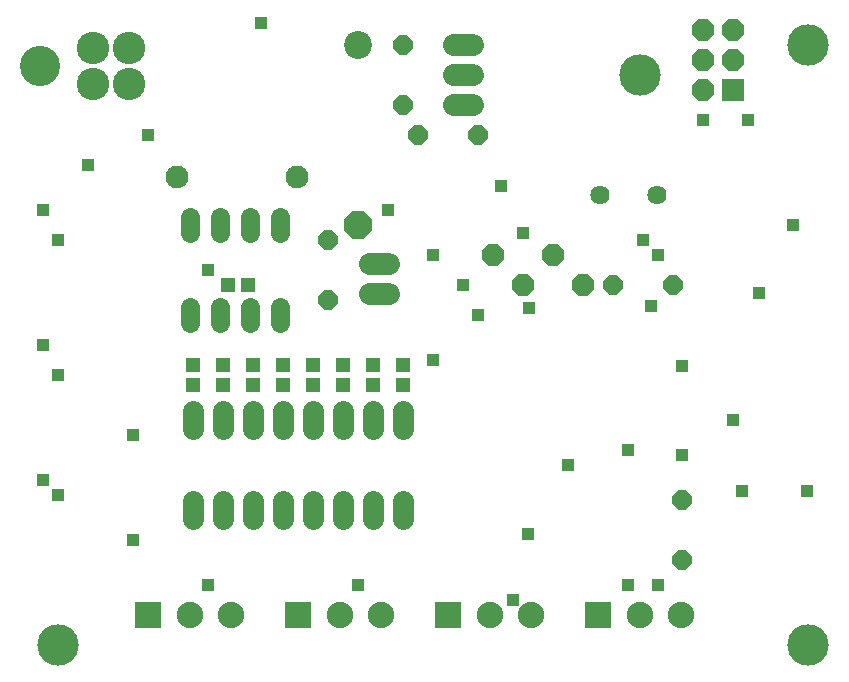
<source format=gbs>
G75*
G70*
%OFA0B0*%
%FSLAX24Y24*%
%IPPOS*%
%LPD*%
%AMOC8*
5,1,8,0,0,1.08239X$1,22.5*
%
%ADD10C,0.0640*%
%ADD11OC8,0.0710*%
%ADD12C,0.0760*%
%ADD13C,0.0640*%
%ADD14C,0.1080*%
%ADD15C,0.1340*%
%ADD16C,0.0720*%
%ADD17R,0.0720X0.0720*%
%ADD18OC8,0.0720*%
%ADD19C,0.0930*%
%ADD20OC8,0.0930*%
%ADD21OC8,0.0640*%
%ADD22C,0.1380*%
%ADD23R,0.0880X0.0880*%
%ADD24C,0.0880*%
%ADD25R,0.0513X0.0474*%
%ADD26C,0.0702*%
%ADD27R,0.0474X0.0513*%
%ADD28R,0.0440X0.0440*%
D10*
X019651Y016843D03*
X021551Y016843D03*
D11*
X019101Y013843D03*
X018101Y014843D03*
X017101Y013843D03*
X016101Y014843D03*
D12*
X009551Y017443D03*
X005551Y017443D03*
D13*
X006001Y016123D02*
X006001Y015563D01*
X007001Y015563D02*
X007001Y016123D01*
X008001Y016123D02*
X008001Y015563D01*
X009001Y015563D02*
X009001Y016123D01*
X009001Y013123D02*
X009001Y012563D01*
X008001Y012563D02*
X008001Y013123D01*
X007001Y013123D02*
X007001Y012563D01*
X006001Y012563D02*
X006001Y013123D01*
D14*
X003951Y020549D03*
X002770Y020549D03*
X002770Y021730D03*
X003951Y021730D03*
D15*
X000998Y021140D03*
D16*
X011981Y014543D02*
X012621Y014543D01*
X012621Y013543D02*
X011981Y013543D01*
X014781Y019843D02*
X015421Y019843D01*
X015421Y020843D02*
X014781Y020843D01*
X014781Y021843D02*
X015421Y021843D01*
D17*
X024101Y020343D03*
D18*
X023101Y020343D03*
X023101Y021343D03*
X024101Y021343D03*
X024101Y022343D03*
X023101Y022343D03*
D19*
X011601Y021843D03*
D20*
X011601Y015843D03*
D21*
X010601Y015343D03*
X010601Y013343D03*
X013601Y018843D03*
X013101Y019843D03*
X013101Y021843D03*
X015601Y018843D03*
X020101Y013843D03*
X022101Y013843D03*
X022401Y006693D03*
X022401Y004693D03*
D22*
X001601Y001843D03*
X021001Y020843D03*
X026601Y021843D03*
X026601Y001843D03*
D23*
X019601Y002843D03*
X014601Y002843D03*
X009601Y002843D03*
X004601Y002843D03*
D24*
X005979Y002843D03*
X007357Y002843D03*
X010979Y002843D03*
X012357Y002843D03*
X015979Y002843D03*
X017357Y002843D03*
X020979Y002843D03*
X022357Y002843D03*
D25*
X013101Y010508D03*
X013101Y011177D03*
X012101Y011177D03*
X012101Y010508D03*
X011101Y010508D03*
X011101Y011177D03*
X010101Y011177D03*
X010101Y010508D03*
X009101Y010508D03*
X009101Y011177D03*
X008101Y011177D03*
X008101Y010508D03*
X007101Y010508D03*
X007101Y011177D03*
X006101Y011177D03*
X006101Y010508D03*
D26*
X006101Y009654D02*
X006101Y009032D01*
X007101Y009032D02*
X007101Y009654D01*
X008101Y009654D02*
X008101Y009032D01*
X009101Y009032D02*
X009101Y009654D01*
X010101Y009654D02*
X010101Y009032D01*
X011101Y009032D02*
X011101Y009654D01*
X012101Y009654D02*
X012101Y009032D01*
X013101Y009032D02*
X013101Y009654D01*
X013101Y006654D02*
X013101Y006032D01*
X012101Y006032D02*
X012101Y006654D01*
X011101Y006654D02*
X011101Y006032D01*
X010101Y006032D02*
X010101Y006654D01*
X009101Y006654D02*
X009101Y006032D01*
X008101Y006032D02*
X008101Y006654D01*
X007101Y006654D02*
X007101Y006032D01*
X006101Y006032D02*
X006101Y006654D01*
D27*
X007266Y013843D03*
X007935Y013843D03*
D28*
X006601Y014343D03*
X002601Y017843D03*
X001101Y016343D03*
X001601Y015343D03*
X001101Y011843D03*
X001601Y010843D03*
X004101Y008843D03*
X001601Y006843D03*
X001101Y007343D03*
X004101Y005343D03*
X006601Y003843D03*
X011601Y003843D03*
X016751Y003343D03*
X017251Y005543D03*
X018601Y007843D03*
X020601Y008343D03*
X022401Y008193D03*
X024101Y009343D03*
X022401Y011143D03*
X021351Y013143D03*
X021601Y014843D03*
X021101Y015343D03*
X024951Y013593D03*
X026101Y015843D03*
X024601Y019343D03*
X023101Y019343D03*
X017101Y015593D03*
X016351Y017143D03*
X014101Y014843D03*
X015101Y013843D03*
X015601Y012843D03*
X017301Y013093D03*
X014101Y011343D03*
X012601Y016343D03*
X008351Y022593D03*
X004601Y018843D03*
X020601Y003843D03*
X021601Y003843D03*
X024401Y006993D03*
X026551Y006993D03*
M02*

</source>
